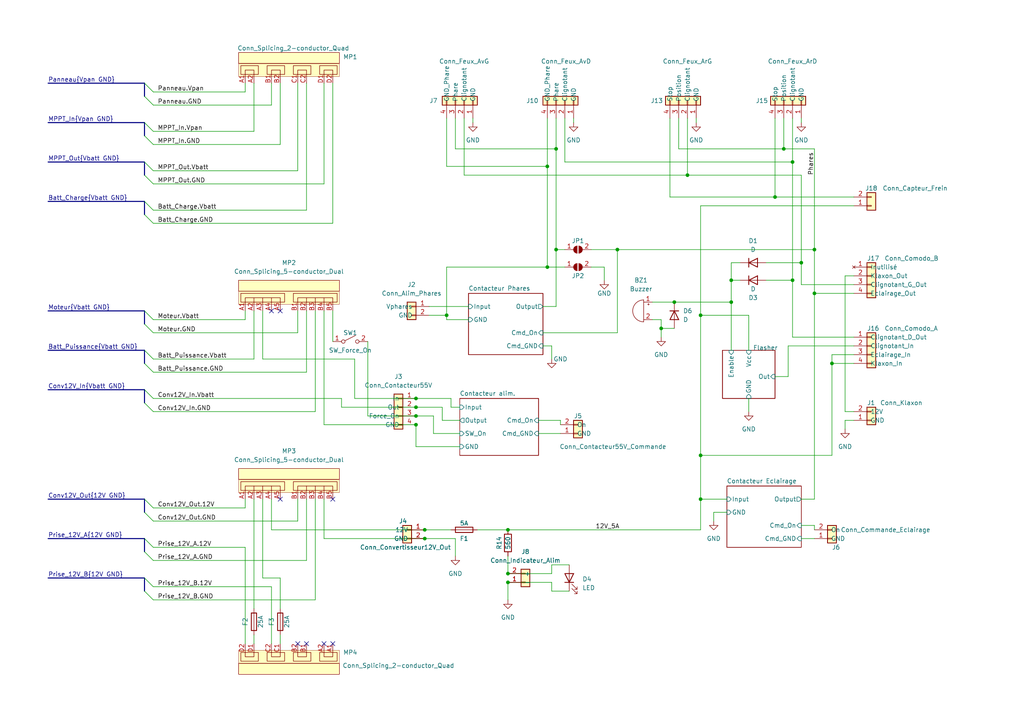
<source format=kicad_sch>
(kicad_sch (version 20211123) (generator eeschema)
  (paper "A4")
  (title_block (title "Boitier électrique vhéliotech") (date "2025-04-09") (rev "Beta 0.2") (company "Vélo solaire pour tous") (comment 1 "Licence CERN-OHL-S version 2"))
  (lib_symbols
    (symbol "Conn_Feux_Arriere_1" (pin_names (offset 1.016))
      (property "Reference" "J" (at 0 5.08 0))
      (property "Value" "Conn_Feux_Arriere_1" (at 0 -7.62 0))
      (symbol "Conn_Feux_Arriere_1_1_1"
        (rectangle (start -1.27 -4.953) (end 0 -5.207) (stroke (width 0.1524)))
        (rectangle (start -1.27 -2.413) (end 0 -2.667) (stroke (width 0.1524)))
        (rectangle (start -1.27 0.127) (end 0 -0.127) (stroke (width 0.1524)))
        (rectangle (start -1.27 2.667) (end 0 2.413) (stroke (width 0.1524)))
        (rectangle (start -1.27 3.81) (end 1.27 -6.35) (stroke (width 0.254)) (fill (type background)))
        (pin power_in line (at -5.08 2.54 0) (length 3.81) (name "GND") (number "1"))
        (pin passive line (at -5.08 0 0) (length 3.81) (name "Clignotant") (number "2"))
        (pin passive line (at -5.08 -2.54 0) (length 3.81) (name "Position") (number "3"))
        (pin passive line (at -5.08 -5.08 0) (length 3.81) (name "Stop") (number "4"))
      )
    )
    (symbol "Connector_Generic:Conn_01x02" (pin_names (offset 1.016) hide)
      (property "Reference" "J" (at 0 2.54 0))
      (property "Value" "Conn_01x02" (at 0 -5.08 0))
      (symbol "Conn_01x02_1_1"
        (rectangle (start -1.27 -2.413) (end 0 -2.667) (stroke (width 0.1524)))
        (rectangle (start -1.27 0.127) (end 0 -0.127) (stroke (width 0.1524)))
        (rectangle (start -1.27 1.27) (end 1.27 -3.81) (stroke (width 0.254)) (fill (type background)))
        (pin passive line (at -5.08 0 0) (length 3.81) (name "Pin_1") (number "1"))
        (pin passive line (at -5.08 -2.54 0) (length 3.81) (name "Pin_2") (number "2"))
      )
    )
    (symbol "Device:Buzzer" (pin_names (offset 0.0254) hide)
      (property "Reference" "BZ" (at 3.81 1.27 0))
      (property "Value" "Buzzer" (at 3.81 -1.27 0))
      (symbol "Buzzer_0_1"
        (arc (start 0 -3.175) (mid 3.175 0) (end 0 3.175))
        (polyline (pts (xy -1.651 1.905) (xy -1.143 1.905)))
        (polyline (pts (xy -1.397 2.159) (xy -1.397 1.651)))
        (polyline (pts (xy 0 3.175) (xy 0 -3.175)))
      )
      (symbol "Buzzer_1_1"
        (pin passive line (at -2.54 2.54 0) (length 2.54) (name "-") (number "1"))
        (pin passive line (at -2.54 -2.54 0) (length 2.54) (name "+") (number "2"))
      )
    )
    (symbol "Device:D" (pin_numbers hide) (pin_names (offset 1.016) hide)
      (property "Reference" "D" (at 0 2.54 0))
      (property "Value" "D" (at 0 -2.54 0))
      (symbol "D_0_1"
        (polyline (pts (xy -1.27 1.27) (xy -1.27 -1.27)) (stroke (width 0.254)))
        (polyline (pts (xy 1.27 0) (xy -1.27 0)))
        (polyline (pts (xy 1.27 1.27) (xy 1.27 -1.27) (xy -1.27 0) (xy 1.27 1.27)) (stroke (width 0.254)))
      )
      (symbol "D_1_1"
        (pin passive line (at -3.81 0 0) (length 2.54) (name "K") (number "1"))
        (pin passive line (at 3.81 0 180) (length 2.54) (name "A") (number "2"))
      )
    )
    (symbol "Device:LED" (pin_numbers hide) (pin_names (offset 1.016) hide)
      (property "Reference" "D" (at 0 2.54 0))
      (property "Value" "LED" (at 0 -2.54 0))
      (symbol "LED_0_1"
        (polyline (pts (xy -1.27 -1.27) (xy -1.27 1.27)) (stroke (width 0.254)))
        (polyline (pts (xy -1.27 0) (xy 1.27 0)))
        (polyline (pts (xy 1.27 -1.27) (xy 1.27 1.27) (xy -1.27 0) (xy 1.27 -1.27)) (stroke (width 0.254)))
        (polyline (pts (xy -3.048 -0.762) (xy -4.572 -2.286) (xy -3.81 -2.286) (xy -4.572 -2.286) (xy -4.572 -1.524)))
        (polyline (pts (xy -1.778 -0.762) (xy -3.302 -2.286) (xy -2.54 -2.286) (xy -3.302 -2.286) (xy -3.302 -1.524)))
      )
      (symbol "LED_1_1"
        (pin passive line (at -3.81 0 0) (length 2.54) (name "K") (number "1"))
        (pin passive line (at 3.81 0 180) (length 2.54) (name "A") (number "2"))
      )
    )
    (symbol "Device:R" (pin_numbers hide) (pin_names (offset 0))
      (property "Reference" "R" (at 2.032 0 90))
      (property "Value" "R" (at 0 0 90))
      (symbol "R_0_1"
        (rectangle (start -1.016 -2.54) (end 1.016 2.54) (stroke (width 0.254)))
      )
      (symbol "R_1_1"
        (pin passive line (at 0 3.81 270) (length 1.27) (name "~") (number "1"))
        (pin passive line (at 0 -3.81 90) (length 1.27) (name "~") (number "2"))
      )
    )
    (symbol "Jumper:SolderJumper_2_Open" (pin_names (offset 0) hide)
      (property "Reference" "JP" (at 0 2.032 0))
      (property "Value" "SolderJumper_2_Open" (at 0 -2.54 0))
      (symbol "SolderJumper_2_Open_0_1"
        (arc (start -0.254 1.016) (mid -1.27 0) (end -0.254 -1.016))
        (arc (start -0.254 1.016) (mid -1.27 0) (end -0.254 -1.016) (fill (type outline)))
        (polyline (pts (xy -0.254 1.016) (xy -0.254 -1.016)))
        (polyline (pts (xy 0.254 1.016) (xy 0.254 -1.016)))
        (arc (start 0.254 -1.016) (mid 1.27 0) (end 0.254 1.016))
        (arc (start 0.254 -1.016) (mid 1.27 0) (end 0.254 1.016) (fill (type outline)))
      )
      (symbol "SolderJumper_2_Open_1_1"
        (pin passive line (at -3.81 0 0) (length 2.54) (name "A") (number "1"))
        (pin passive line (at 3.81 0 180) (length 2.54) (name "B") (number "2"))
      )
    )
    (symbol "Switch:SW_SPST" (pin_names (offset 0) hide)
      (property "Reference" "SW" (at 0 3.175 0))
      (property "Value" "SW_SPST" (at 0 -2.54 0))
      (symbol "SW_SPST_0_0"
        (circle (center -2.032 0) (radius 0.508))
        (polyline (pts (xy -1.524 0.254) (xy 1.524 1.778)))
        (circle (center 2.032 0) (radius 0.508))
      )
      (symbol "SW_SPST_1_1"
        (pin passive line (at -5.08 0 0) (length 2.54) (name "A") (number "1"))
        (pin passive line (at 5.08 0 180) (length 2.54) (name "B") (number "2"))
      )
    )
    (symbol "circuit:Conn_Alim_Phares" (pin_names (offset 1.016))
      (property "Reference" "J" (at 0 2.54 0))
      (property "Value" "Conn_Alim_Phares" (at 0 -5.08 0))
      (symbol "Conn_Alim_Phares_1_1"
        (rectangle (start -1.27 -2.413) (end 0 -2.667) (stroke (width 0.1524)))
        (rectangle (start -1.27 0.127) (end 0 -0.127) (stroke (width 0.1524)))
        (rectangle (start -1.27 1.27) (end 1.27 -3.81) (stroke (width 0.254)) (fill (type background)))
        (pin power_out line (at -5.08 0 0) (length 3.81) (name "Vphares") (number "1"))
        (pin power_out line (at -5.08 -2.54 0) (length 3.81) (name "GND") (number "2"))
      )
    )
    (symbol "circuit:Conn_Commande_Eclairage" (pin_names (offset 1.016))
      (property "Reference" "J" (at 0 2.54 0))
      (property "Value" "Conn_Commande_Eclairage" (at 0 -5.08 0))
      (symbol "Conn_Commande_Eclairage_1_1"
        (rectangle (start -1.27 -2.413) (end 0 -2.667) (stroke (width 0.1524)))
        (rectangle (start -1.27 0.127) (end 0 -0.127) (stroke (width 0.1524)))
        (rectangle (start -1.27 1.27) (end 1.27 -3.81) (stroke (width 0.254)) (fill (type background)))
        (pin power_in line (at -5.08 0 0) (length 3.81) (name "GND") (number "1"))
        (pin passive line (at -5.08 -2.54 0) (length 3.81) (name "On") (number "2"))
      )
    )
    (symbol "circuit:Conn_Comodo_A" (pin_names (offset 1.016))
      (property "Reference" "J" (at 0 5.08 0))
      (property "Value" "Conn_Comodo_A" (at 0 -7.62 0))
      (symbol "Conn_Comodo_A_1_1"
        (rectangle (start -1.27 -4.953) (end 0 -5.207) (stroke (width 0.1524)))
        (rectangle (start -1.27 -2.413) (end 0 -2.667) (stroke (width 0.1524)))
        (rectangle (start -1.27 0.127) (end 0 -0.127) (stroke (width 0.1524)))
        (rectangle (start -1.27 2.667) (end 0 2.413) (stroke (width 0.1524)))
        (rectangle (start -1.27 3.81) (end 1.27 -6.35) (stroke (width 0.254)) (fill (type background)))
        (pin passive line (at -5.08 -5.08 0) (length 3.81) (name "Clignotant_D_Out") (number "1"))
        (pin passive line (at -5.08 -2.54 0) (length 3.81) (name "Clignotant_In") (number "2"))
        (pin passive line (at -5.08 0 0) (length 3.81) (name "Eclairage_In") (number "3"))
        (pin passive line (at -5.08 2.54 0) (length 3.81) (name "Klaxon_In") (number "4"))
      )
    )
    (symbol "circuit:Conn_Comodo_B" (pin_names (offset 1.016))
      (property "Reference" "J" (at 0 5.08 0))
      (property "Value" "Conn_Comodo_B" (at 0 -7.62 0))
      (symbol "Conn_Comodo_B_1_1"
        (rectangle (start -1.27 -4.953) (end 0 -5.207) (stroke (width 0.1524)))
        (rectangle (start -1.27 -2.413) (end 0 -2.667) (stroke (width 0.1524)))
        (rectangle (start -1.27 0.127) (end 0 -0.127) (stroke (width 0.1524)))
        (rectangle (start -1.27 2.667) (end 0 2.413) (stroke (width 0.1524)))
        (rectangle (start -1.27 3.81) (end 1.27 -6.35) (stroke (width 0.254)) (fill (type background)))
        (pin no_connect line (at -5.08 -5.08 0) (length 3.81) (name "Inutilisé") (number "1"))
        (pin passive line (at -5.08 -2.54 0) (length 3.81) (name "Klaxon_Out") (number "2"))
        (pin passive line (at -5.08 0 0) (length 3.81) (name "Clignotant_G_Out") (number "3"))
        (pin passive line (at -5.08 2.54 0) (length 3.81) (name "Eclairage_Out") (number "4"))
      )
    )
    (symbol "circuit:Conn_Contacteur55V" (pin_names (offset 1.016))
      (property "Reference" "J" (at 0 5.08 0))
      (property "Value" "Conn_Contacteur55V" (at 0 -7.62 0))
      (symbol "Conn_Contacteur55V_1_1"
        (rectangle (start -1.27 -4.953) (end 0 -5.207) (stroke (width 0.1524)))
        (rectangle (start -1.27 -2.413) (end 0 -2.667) (stroke (width 0.1524)))
        (rectangle (start -1.27 0.127) (end 0 -0.127) (stroke (width 0.1524)))
        (rectangle (start -1.27 2.667) (end 0 2.413) (stroke (width 0.1524)))
        (rectangle (start -1.27 3.81) (end 1.27 -6.35) (stroke (width 0.254)) (fill (type background)))
        (pin power_in line (at -5.08 2.54 0) (length 3.81) (name "In") (number "1"))
        (pin power_in line (at -5.08 0 0) (length 3.81) (name "Out") (number "2"))
        (pin passive line (at -5.08 -2.54 0) (length 3.81) (name "Force_On") (number "3"))
        (pin power_in line (at -5.08 -5.08 0) (length 3.81) (name "GND") (number "4"))
      )
    )
    (symbol "circuit:Conn_Contacteur55V_Commande" (pin_names (offset 1.016))
      (property "Reference" "J" (at 0 2.54 0))
      (property "Value" "Conn_Contacteur55V_Commande" (at 0 -5.08 0))
      (symbol "Conn_Contacteur55V_Commande_1_1"
        (rectangle (start -1.27 -2.413) (end 0 -2.667) (stroke (width 0.1524)))
        (rectangle (start -1.27 0.127) (end 0 -0.127) (stroke (width 0.1524)))
        (rectangle (start -1.27 1.27) (end 1.27 -3.81) (stroke (width 0.254)) (fill (type background)))
        (pin power_in line (at -5.08 0 0) (length 3.81) (name "GND") (number "1"))
        (pin passive line (at -5.08 -2.54 0) (length 3.81) (name "On") (number "2"))
      )
    )
    (symbol "circuit:Conn_Convertisseur12V_Out" (pin_names (offset 1.016))
      (property "Reference" "J" (at 0 2.54 0))
      (property "Value" "Conn_Convertisseur12V_Out" (at 0 -5.08 0))
      (symbol "Conn_Convertisseur12V_Out_1_1"
        (rectangle (start -1.27 -2.413) (end 0 -2.667) (stroke (width 0.1524)))
        (rectangle (start -1.27 0.127) (end 0 -0.127) (stroke (width 0.1524)))
        (rectangle (start -1.27 1.27) (end 1.27 -3.81) (stroke (width 0.254)) (fill (type background)))
        (pin power_out line (at -5.08 0 0) (length 3.81) (name "12V") (number "1"))
        (pin power_out line (at -5.08 -2.54 0) (length 3.81) (name "GND") (number "2"))
      )
    )
    (symbol "circuit:Conn_Feux_Arriere" (pin_names (offset 1.016))
      (property "Reference" "J" (at 0 5.08 0))
      (property "Value" "Conn_Feux_Arriere" (at 0 -7.62 0))
      (symbol "Conn_Feux_Arriere_1_1"
        (rectangle (start -1.27 -4.953) (end 0 -5.207) (stroke (width 0.1524)))
        (rectangle (start -1.27 -2.413) (end 0 -2.667) (stroke (width 0.1524)))
        (rectangle (start -1.27 0.127) (end 0 -0.127) (stroke (width 0.1524)))
        (rectangle (start -1.27 2.667) (end 0 2.413) (stroke (width 0.1524)))
        (rectangle (start -1.27 3.81) (end 1.27 -6.35) (stroke (width 0.254)) (fill (type background)))
        (pin power_in line (at -5.08 2.54 0) (length 3.81) (name "GND") (number "1"))
        (pin passive line (at -5.08 0 0) (length 3.81) (name "Clignotant") (number "2"))
        (pin passive line (at -5.08 -2.54 0) (length 3.81) (name "Position") (number "3"))
        (pin passive line (at -5.08 -5.08 0) (length 3.81) (name "Stop") (number "4"))
      )
    )
    (symbol "circuit:Conn_Feux_Avant" (pin_names (offset 1.016))
      (property "Reference" "J" (at 0 5.08 0))
      (property "Value" "Conn_Feux_Avant" (at 0 -7.62 0))
      (symbol "Conn_Feux_Avant_1_1"
        (rectangle (start -1.27 -4.953) (end 0 -5.207) (stroke (width 0.1524)))
        (rectangle (start -1.27 -2.413) (end 0 -2.667) (stroke (width 0.1524)))
        (rectangle (start -1.27 0.127) (end 0 -0.127) (stroke (width 0.1524)))
        (rectangle (start -1.27 2.667) (end 0 2.413) (stroke (width 0.1524)))
        (rectangle (start -1.27 3.81) (end 1.27 -6.35) (stroke (width 0.254)) (fill (type background)))
        (pin power_in line (at -5.08 2.54 0) (length 3.81) (name "GND") (number "1"))
        (pin passive line (at -5.08 0 0) (length 3.81) (name "Clignotant") (number "2"))
        (pin passive line (at -5.08 -2.54 0) (length 3.81) (name "Phare") (number "3"))
        (pin power_in line (at -5.08 -5.08 0) (length 3.81) (name "GND_Phare") (number "4"))
      )
    )
    (symbol "circuit:Conn_Indicateur_Alim" (pin_names (offset 1.016))
      (property "Reference" "J" (at 0 2.54 0))
      (property "Value" "Conn_Indicateur_Alim" (at 0 -5.08 0))
      (symbol "Conn_Indicateur_Alim_1_1"
        (rectangle (start -1.27 -2.413) (end 0 -2.667) (stroke (width 0.1524)))
        (rectangle (start -1.27 0.127) (end 0 -0.127) (stroke (width 0.1524)))
        (rectangle (start -1.27 1.27) (end 1.27 -3.81) (stroke (width 0.254)) (fill (type background)))
        (pin power_in line (at -5.08 0 0) (length 3.81) (name "-") (number "1"))
        (pin passive line (at -5.08 -2.54 0) (length 3.81) (name "+") (number "2"))
      )
    )
    (symbol "circuit:Conn_Klaxon" (pin_names (offset 1.016))
      (property "Reference" "J" (at 0 2.54 0))
      (property "Value" "Conn_Klaxon" (at 0 -5.08 0))
      (symbol "Conn_Klaxon_1_1"
        (rectangle (start -1.27 -2.413) (end 0 -2.667) (stroke (width 0.1524)))
        (rectangle (start -1.27 0.127) (end 0 -0.127) (stroke (width 0.1524)))
        (rectangle (start -1.27 1.27) (end 1.27 -3.81) (stroke (width 0.254)) (fill (type background)))
        (pin power_in line (at -5.08 0 0) (length 3.81) (name "GND") (number "1"))
        (pin passive line (at -5.08 -2.54 0) (length 3.81) (name "12V") (number "2"))
      )
    )
    (symbol "circuit:Conn_Splicing_2-conductor_Quad"
      (property "Reference" "MP" (at 0.635 11.43 0))
      (property "Value" "Conn_Splicing_2-conductor_Quad" (at 1.27 -21.59 0))
      (symbol "Conn_Splicing_2-conductor_Quad_0_1"
        (rectangle (start -3.175 9.525) (end 0.635 -19.685) (stroke (width 0.01)) (fill (type background)))
        (rectangle (start -2.54 -13.97) (end 0 -19.05))
        (rectangle (start -2.54 -6.35) (end 0 -11.43))
        (rectangle (start -2.54 1.27) (end 0 -3.81))
        (rectangle (start -2.54 8.89) (end 0 3.81))
        (polyline (pts (xy -2.54 -15.24) (xy -1.27 -15.24) (xy -1.27 -17.78) (xy -2.54 -17.78)))
        (polyline (pts (xy -2.54 -7.62) (xy -1.27 -7.62) (xy -1.27 -10.16) (xy -2.54 -10.16)))
        (polyline (pts (xy -2.54 0) (xy -1.27 0) (xy -1.27 -2.54) (xy -2.54 -2.54)))
        (polyline (pts (xy -2.54 7.62) (xy -1.27 7.62) (xy -1.27 5.08) (xy -2.54 5.08)))
        (rectangle (start 0.635 9.525) (end 3.81 -19.685) (fill (type background)))
      )
      (symbol "Conn_Splicing_2-conductor_Quad_1_1"
        (pin passive line (at -5.08 7.62 0) (length 2.54) (name "") (number "A1"))
        (pin passive line (at -5.08 5.08 0) (length 2.54) (name "") (number "A2"))
        (pin passive line (at -5.08 0 0) (length 2.54) (name "") (number "B1"))
        (pin passive line (at -5.08 -2.54 0) (length 2.54) (name "") (number "B2"))
        (pin passive line (at -5.08 -7.62 0) (length 2.54) (name "") (number "C1"))
        (pin passive line (at -5.08 -10.16 0) (length 2.54) (name "") (number "C2"))
        (pin passive line (at -5.08 -15.24 0) (length 2.54) (name "") (number "D1"))
        (pin passive line (at -5.08 -17.78 0) (length 2.54) (name "") (number "D2"))
      )
    )
    (symbol "circuit:Conn_Splicing_5-conductor_Dual"
      (property "Reference" "MP" (at 0.635 11.43 0))
      (property "Value" "Conn_Splicing_5-conductor_Dual" (at 1.27 -21.59 0))
      (symbol "Conn_Splicing_5-conductor_Dual_0_1"
        (rectangle (start -3.175 9.525) (end 0.635 -19.685) (stroke (width 0.01)) (fill (type background)))
        (rectangle (start -2.54 -6.35) (end 0 -19.05))
        (rectangle (start -2.54 8.89) (end 0 -3.81))
        (polyline (pts (xy -1.27 -15.24) (xy -2.54 -15.24)))
        (polyline (pts (xy -1.27 -12.7) (xy -2.54 -12.7)))
        (polyline (pts (xy -1.27 -10.16) (xy -2.54 -10.16)))
        (polyline (pts (xy -1.27 0) (xy -2.54 0)))
        (polyline (pts (xy -1.27 2.54) (xy -2.54 2.54)))
        (polyline (pts (xy -1.27 5.08) (xy -2.54 5.08)))
        (polyline (pts (xy -2.54 -7.62) (xy -1.27 -7.62) (xy -1.27 -17.78) (xy -2.54 -17.78)))
        (polyline (pts (xy -2.54 7.62) (xy -1.27 7.62) (xy -1.27 -2.54) (xy -2.54 -2.54)))
        (rectangle (start 0.635 9.525) (end 3.81 -19.685) (fill (type background)))
      )
      (symbol "Conn_Splicing_5-conductor_Dual_1_1"
        (pin passive line (at -5.08 7.62 0) (length 2.54) (name "") (number "A1"))
        (pin passive line (at -5.08 5.08 0) (length 2.54) (name "") (number "A2"))
        (pin passive line (at -5.08 2.54 0) (length 2.54) (name "") (number "A3"))
        (pin passive line (at -5.08 0 0) (length 2.54) (name "") (number "A4"))
        (pin passive line (at -5.08 -2.54 0) (length 2.54) (name "") (number "A5"))
        (pin passive line (at -5.08 -7.62 0) (length 2.54) (name "") (number "B1"))
        (pin passive line (at -5.08 -10.16 0) (length 2.54) (name "") (number "B2"))
        (pin passive line (at -5.08 -12.7 0) (length 2.54) (name "") (number "B3"))
        (pin passive line (at -5.08 -15.24 0) (length 2.54) (name "") (number "B4"))
        (pin passive line (at -5.08 -17.78 0) (length 2.54) (name "") (number "B5"))
      )
    )
    (symbol "circuit:Fuse" (pin_numbers hide) (pin_names (offset 0))
      (property "Reference" "F" (at 2.032 0 90))
      (property "Value" "Fuse" (at -1.905 0 90))
      (symbol "Fuse_0_1"
        (rectangle (start -0.762 -2.54) (end 0.762 2.54) (stroke (width 0.254)))
        (polyline (pts (xy 0 2.54) (xy 0 -2.54)))
      )
      (symbol "Fuse_1_1"
        (pin passive line (at 0 3.81 270) (length 1.27) (name "~") (number "1"))
        (pin passive line (at 0 -3.81 90) (length 1.27) (name "~") (number "2"))
      )
    )
    (symbol "power:GND" (power) (pin_names (offset 0))
      (property "Value" "GND" (at 0 -3.81 0))
      (symbol "GND_0_1"
        (polyline (pts (xy 0 0) (xy 0 -1.27) (xy 1.27 -1.27) (xy 0 -2.54) (xy -1.27 -1.27) (xy 0 -1.27)))
      )
      (symbol "GND_1_1"
        (pin power_in line (at 0 0 270) (length 0) hide (name "GND") (number "1"))
      )
    )
  )
  (junction (at 203.2 132.08))
  (junction (at 123.19 156.21))
  (junction (at 179.07 72.39))
  (junction (at 199.39 50.8))
  (junction (at 161.29 43.18))
  (junction (at 224.79 57.15))
  (junction (at 120.65 123.19))
  (junction (at 120.65 115.57))
  (junction (at 147.32 166.37))
  (junction (at 147.32 168.91))
  (junction (at 229.87 81.28))
  (junction (at 203.2 91.44))
  (junction (at 227.33 43.18))
  (junction (at 161.29 72.39))
  (junction (at 229.87 46.99))
  (junction (at 120.65 120.65))
  (junction (at 212.09 81.28))
  (junction (at 120.65 118.11))
  (junction (at 241.3 105.41))
  (junction (at 191.77 95.25))
  (junction (at 236.22 72.39))
  (junction (at 158.75 48.26))
  (junction (at 195.58 87.63))
  (junction (at 212.09 87.63))
  (junction (at 147.32 153.67))
  (junction (at 123.19 153.67))
  (junction (at 129.54 91.44))
  (junction (at 236.22 85.09))
  (junction (at 203.2 144.78))
  (junction (at 232.41 76.2))
  (junction (at 158.75 77.47))
  (no_connect (at 96.52 186.69))
  (no_connect (at 96.52 144.78))
  (no_connect (at 78.74 90.17))
  (no_connect (at 88.9 186.69))
  (no_connect (at 93.98 186.69))
  (no_connect (at 86.36 186.69))
  (no_connect (at 81.28 144.78))
  (no_connect (at 81.28 90.17))
  (bus_entry (at 41.91 35.56) (size 2.54 2.54))
  (bus_entry (at 41.91 105.41) (size 2.54 2.54))
  (bus_entry (at 41.91 144.78) (size 2.54 2.54))
  (bus_entry (at 41.91 58.42) (size 2.54 2.54))
  (bus_entry (at 41.91 116.84) (size 2.54 2.54))
  (bus_entry (at 41.91 62.23) (size 2.54 2.54))
  (bus_entry (at 41.91 24.13) (size 2.54 2.54))
  (bus_entry (at 41.91 50.8) (size 2.54 2.54))
  (bus_entry (at 41.91 167.64) (size 2.54 2.54))
  (bus_entry (at 41.91 46.99) (size 2.54 2.54))
  (bus_entry (at 41.91 156.21) (size 2.54 2.54))
  (bus_entry (at 41.91 93.98) (size 2.54 2.54))
  (bus_entry (at 41.91 113.03) (size 2.54 2.54))
  (bus_entry (at 41.91 171.45) (size 2.54 2.54))
  (bus_entry (at 41.91 90.17) (size 2.54 2.54))
  (bus_entry (at 41.91 148.59) (size 2.54 2.54))
  (bus_entry (at 41.91 27.94) (size 2.54 2.54))
  (bus_entry (at 41.91 160.02) (size 2.54 2.54))
  (bus_entry (at 41.91 101.6) (size 2.54 2.54))
  (bus_entry (at 41.91 39.37) (size 2.54 2.54))
  (wire (pts (xy 125.73 125.73) (xy 125.73 120.65)))
  (wire (pts (xy 217.17 115.57) (xy 217.17 119.38)))
  (wire (pts (xy 71.12 147.32) (xy 71.12 144.78)))
  (wire (pts (xy 203.2 144.78) (xy 203.2 153.67)))
  (wire (pts (xy 212.09 87.63) (xy 212.09 101.6)))
  (wire (pts (xy 161.29 72.39) (xy 161.29 88.9)))
  (wire (pts (xy 247.65 121.92) (xy 245.11 121.92)))
  (bus (pts (xy 41.91 35.56) (xy 41.91 39.37)))
  (wire (pts (xy 124.46 88.9) (xy 135.89 88.9)))
  (wire (pts (xy 130.81 115.57) (xy 120.65 115.57)))
  (wire (pts (xy 203.2 144.78) (xy 210.82 144.78)))
  (wire (pts (xy 88.9 162.56) (xy 88.9 144.78)))
  (wire (pts (xy 129.54 34.29) (xy 129.54 48.26)))
  (wire (pts (xy 228.6 100.33) (xy 228.6 109.22)))
  (wire (pts (xy 222.25 76.2) (xy 232.41 76.2)))
  (wire (pts (xy 161.29 43.18) (xy 132.08 43.18)))
  (wire (pts (xy 212.09 81.28) (xy 212.09 87.63)))
  (bus (pts (xy 13.97 24.13) (xy 41.91 24.13)))
  (wire (pts (xy 232.41 156.21) (xy 236.22 156.21)))
  (wire (pts (xy 44.45 162.56) (xy 88.9 162.56)))
  (wire (pts (xy 125.73 120.65) (xy 120.65 120.65)))
  (bus (pts (xy 41.91 144.78) (xy 41.91 148.59)))
  (wire (pts (xy 44.45 158.75) (xy 71.12 158.75)))
  (wire (pts (xy 227.33 34.29) (xy 227.33 43.18)))
  (wire (pts (xy 44.45 170.18) (xy 78.74 170.18)))
  (wire (pts (xy 93.98 90.17) (xy 93.98 123.19)))
  (wire (pts (xy 76.2 104.14) (xy 102.87 104.14)))
  (wire (pts (xy 191.77 95.25) (xy 195.58 95.25)))
  (wire (pts (xy 199.39 34.29) (xy 199.39 50.8)))
  (wire (pts (xy 147.32 168.91) (xy 147.32 173.99)))
  (wire (pts (xy 88.9 60.96) (xy 88.9 24.13)))
  (wire (pts (xy 129.54 92.71) (xy 135.89 92.71)))
  (wire (pts (xy 158.75 77.47) (xy 129.54 77.47)))
  (wire (pts (xy 229.87 46.99) (xy 163.83 46.99)))
  (wire (pts (xy 120.65 123.19) (xy 93.98 123.19)))
  (wire (pts (xy 161.29 72.39) (xy 163.83 72.39)))
  (wire (pts (xy 44.45 147.32) (xy 71.12 147.32)))
  (wire (pts (xy 73.66 144.78) (xy 73.66 176.53)))
  (wire (pts (xy 81.28 167.64) (xy 81.28 176.53)))
  (wire (pts (xy 44.45 30.48) (xy 78.74 30.48)))
  (wire (pts (xy 137.16 34.29) (xy 137.16 35.56)))
  (wire (pts (xy 161.29 34.29) (xy 161.29 43.18)))
  (wire (pts (xy 241.3 105.41) (xy 241.3 102.87)))
  (wire (pts (xy 44.45 26.67) (xy 71.12 26.67)))
  (wire (pts (xy 133.35 125.73) (xy 125.73 125.73)))
  (wire (pts (xy 102.87 115.57) (xy 120.65 115.57)))
  (wire (pts (xy 179.07 72.39) (xy 236.22 72.39)))
  (wire (pts (xy 128.27 121.92) (xy 128.27 118.11)))
  (wire (pts (xy 96.52 90.17) (xy 96.52 99.06)))
  (wire (pts (xy 158.75 77.47) (xy 163.83 77.47)))
  (wire (pts (xy 147.32 153.67) (xy 203.2 153.67)))
  (wire (pts (xy 71.12 92.71) (xy 71.12 90.17)))
  (wire (pts (xy 160.02 171.45) (xy 165.1 171.45)))
  (wire (pts (xy 161.29 43.18) (xy 161.29 72.39)))
  (wire (pts (xy 245.11 119.38) (xy 247.65 119.38)))
  (wire (pts (xy 86.36 96.52) (xy 86.36 90.17)))
  (wire (pts (xy 247.65 97.79) (xy 229.87 97.79)))
  (wire (pts (xy 91.44 173.99) (xy 91.44 144.78)))
  (bus (pts (xy 13.97 144.78) (xy 41.91 144.78)))
  (wire (pts (xy 102.87 104.14) (xy 102.87 115.57)))
  (wire (pts (xy 78.74 186.69) (xy 78.74 170.18)))
  (bus (pts (xy 13.97 156.21) (xy 41.91 156.21)))
  (wire (pts (xy 203.2 91.44) (xy 217.17 91.44)))
  (bus (pts (xy 13.97 58.42) (xy 41.91 58.42)))
  (bus (pts (xy 13.97 35.56) (xy 41.91 35.56)))
  (wire (pts (xy 245.11 80.01) (xy 245.11 119.38)))
  (wire (pts (xy 129.54 48.26) (xy 158.75 48.26)))
  (wire (pts (xy 73.66 184.15) (xy 73.66 186.69)))
  (wire (pts (xy 203.2 91.44) (xy 203.2 132.08)))
  (wire (pts (xy 224.79 57.15) (xy 224.79 34.29)))
  (wire (pts (xy 123.19 156.21) (xy 132.08 156.21)))
  (wire (pts (xy 157.48 100.33) (xy 160.02 100.33)))
  (wire (pts (xy 138.43 153.67) (xy 147.32 153.67)))
  (wire (pts (xy 191.77 95.25) (xy 191.77 92.71)))
  (wire (pts (xy 179.07 72.39) (xy 179.07 96.52)))
  (wire (pts (xy 201.93 34.29) (xy 201.93 35.56)))
  (wire (pts (xy 236.22 43.18) (xy 236.22 72.39)))
  (wire (pts (xy 156.21 125.73) (xy 162.56 125.73)))
  (wire (pts (xy 81.28 184.15) (xy 81.28 186.69)))
  (wire (pts (xy 241.3 105.41) (xy 241.3 132.08)))
  (wire (pts (xy 158.75 48.26) (xy 158.75 77.47)))
  (wire (pts (xy 76.2 90.17) (xy 76.2 104.14)))
  (wire (pts (xy 78.74 30.48) (xy 78.74 24.13)))
  (wire (pts (xy 212.09 76.2) (xy 212.09 81.28)))
  (wire (pts (xy 78.74 153.67) (xy 78.74 144.78)))
  (wire (pts (xy 147.32 168.91) (xy 160.02 168.91)))
  (wire (pts (xy 44.45 53.34) (xy 93.98 53.34)))
  (wire (pts (xy 194.31 57.15) (xy 194.31 34.29)))
  (wire (pts (xy 207.01 151.13) (xy 207.01 148.59)))
  (wire (pts (xy 229.87 81.28) (xy 229.87 97.79)))
  (wire (pts (xy 228.6 100.33) (xy 247.65 100.33)))
  (wire (pts (xy 134.62 50.8) (xy 134.62 34.29)))
  (wire (pts (xy 245.11 80.01) (xy 247.65 80.01)))
  (wire (pts (xy 129.54 91.44) (xy 129.54 92.71)))
  (wire (pts (xy 222.25 81.28) (xy 229.87 81.28)))
  (bus (pts (xy 13.97 113.03) (xy 41.91 113.03)))
  (wire (pts (xy 133.35 129.54) (xy 120.65 129.54)))
  (bus (pts (xy 41.91 101.6) (xy 41.91 105.41)))
  (wire (pts (xy 157.48 96.52) (xy 179.07 96.52)))
  (wire (pts (xy 129.54 77.47) (xy 129.54 91.44)))
  (wire (pts (xy 133.35 121.92) (xy 128.27 121.92)))
  (bus (pts (xy 41.91 46.99) (xy 41.91 50.8)))
  (wire (pts (xy 88.9 107.95) (xy 88.9 90.17)))
  (wire (pts (xy 44.45 115.57) (xy 99.06 115.57)))
  (wire (pts (xy 236.22 152.4) (xy 232.41 152.4)))
  (wire (pts (xy 212.09 81.28) (xy 214.63 81.28)))
  (bus (pts (xy 41.91 24.13) (xy 41.91 27.94)))
  (wire (pts (xy 86.36 151.13) (xy 86.36 144.78)))
  (wire (pts (xy 44.45 107.95) (xy 88.9 107.95)))
  (wire (pts (xy 76.2 144.78) (xy 76.2 167.64)))
  (wire (pts (xy 232.41 76.2) (xy 232.41 82.55)))
  (wire (pts (xy 147.32 161.29) (xy 147.32 166.37)))
  (wire (pts (xy 203.2 59.69) (xy 247.65 59.69)))
  (wire (pts (xy 99.06 118.11) (xy 99.06 115.57)))
  (wire (pts (xy 189.23 87.63) (xy 195.58 87.63)))
  (wire (pts (xy 133.35 118.11) (xy 130.81 118.11)))
  (wire (pts (xy 106.68 99.06) (xy 106.68 120.65)))
  (wire (pts (xy 130.81 118.11) (xy 130.81 115.57)))
  (wire (pts (xy 86.36 49.53) (xy 86.36 24.13)))
  (wire (pts (xy 123.19 153.67) (xy 78.74 153.67)))
  (wire (pts (xy 44.45 41.91) (xy 81.28 41.91)))
  (wire (pts (xy 120.65 129.54) (xy 120.65 123.19)))
  (wire (pts (xy 196.85 34.29) (xy 196.85 43.18)))
  (wire (pts (xy 157.48 88.9) (xy 161.29 88.9)))
  (wire (pts (xy 93.98 156.21) (xy 93.98 144.78)))
  (wire (pts (xy 81.28 41.91) (xy 81.28 24.13)))
  (wire (pts (xy 236.22 153.67) (xy 236.22 152.4)))
  (wire (pts (xy 203.2 59.69) (xy 203.2 91.44)))
  (wire (pts (xy 214.63 76.2) (xy 212.09 76.2)))
  (bus (pts (xy 41.91 167.64) (xy 41.91 171.45)))
  (wire (pts (xy 44.45 119.38) (xy 91.44 119.38)))
  (wire (pts (xy 73.66 104.14) (xy 73.66 90.17)))
  (wire (pts (xy 44.45 64.77) (xy 96.52 64.77)))
  (wire (pts (xy 241.3 102.87) (xy 247.65 102.87)))
  (wire (pts (xy 171.45 72.39) (xy 179.07 72.39)))
  (wire (pts (xy 44.45 151.13) (xy 86.36 151.13)))
  (wire (pts (xy 199.39 50.8) (xy 134.62 50.8)))
  (wire (pts (xy 247.65 105.41) (xy 241.3 105.41)))
  (wire (pts (xy 44.45 49.53) (xy 86.36 49.53)))
  (wire (pts (xy 91.44 119.38) (xy 91.44 90.17)))
  (wire (pts (xy 195.58 87.63) (xy 212.09 87.63)))
  (wire (pts (xy 132.08 156.21) (xy 132.08 161.29)))
  (wire (pts (xy 232.41 50.8) (xy 232.41 76.2)))
  (wire (pts (xy 245.11 121.92) (xy 245.11 124.46)))
  (wire (pts (xy 73.66 38.1) (xy 73.66 24.13)))
  (wire (pts (xy 224.79 57.15) (xy 194.31 57.15)))
  (wire (pts (xy 163.83 46.99) (xy 163.83 34.29)))
  (wire (pts (xy 44.45 92.71) (xy 71.12 92.71)))
  (wire (pts (xy 191.77 95.25) (xy 191.77 97.79)))
  (wire (pts (xy 232.41 144.78) (xy 236.22 144.78)))
  (wire (pts (xy 71.12 26.67) (xy 71.12 24.13)))
  (wire (pts (xy 224.79 57.15) (xy 247.65 57.15)))
  (bus (pts (xy 13.97 167.64) (xy 41.91 167.64)))
  (wire (pts (xy 175.26 81.28) (xy 175.26 77.47)))
  (wire (pts (xy 236.22 85.09) (xy 247.65 85.09)))
  (wire (pts (xy 236.22 85.09) (xy 236.22 144.78)))
  (wire (pts (xy 171.45 77.47) (xy 175.26 77.47)))
  (wire (pts (xy 44.45 60.96) (xy 88.9 60.96)))
  (wire (pts (xy 44.45 96.52) (xy 86.36 96.52)))
  (wire (pts (xy 203.2 132.08) (xy 241.3 132.08)))
  (wire (pts (xy 106.68 120.65) (xy 120.65 120.65)))
  (bus (pts (xy 41.91 90.17) (xy 41.91 93.98)))
  (wire (pts (xy 236.22 72.39) (xy 236.22 85.09)))
  (wire (pts (xy 124.46 91.44) (xy 129.54 91.44)))
  (wire (pts (xy 158.75 48.26) (xy 158.75 34.29)))
  (wire (pts (xy 229.87 46.99) (xy 229.87 81.28)))
  (wire (pts (xy 44.45 173.99) (xy 91.44 173.99)))
  (wire (pts (xy 156.21 121.92) (xy 162.56 121.92)))
  (wire (pts (xy 96.52 64.77) (xy 96.52 24.13)))
  (bus (pts (xy 13.97 46.99) (xy 41.91 46.99)))
  (bus (pts (xy 13.97 101.6) (xy 41.91 101.6)))
  (wire (pts (xy 199.39 50.8) (xy 232.41 50.8)))
  (wire (pts (xy 99.06 118.11) (xy 120.65 118.11)))
  (wire (pts (xy 147.32 166.37) (xy 160.02 166.37)))
  (bus (pts (xy 41.91 58.42) (xy 41.91 62.23)))
  (wire (pts (xy 203.2 132.08) (xy 203.2 144.78)))
  (wire (pts (xy 162.56 123.19) (xy 162.56 121.92)))
  (wire (pts (xy 229.87 34.29) (xy 229.87 46.99)))
  (wire (pts (xy 166.37 34.29) (xy 166.37 35.56)))
  (wire (pts (xy 44.45 104.14) (xy 73.66 104.14)))
  (bus (pts (xy 41.91 156.21) (xy 41.91 160.02)))
  (wire (pts (xy 224.79 109.22) (xy 228.6 109.22)))
  (wire (pts (xy 207.01 148.59) (xy 210.82 148.59)))
  (bus (pts (xy 13.97 90.17) (xy 41.91 90.17)))
  (wire (pts (xy 191.77 92.71) (xy 189.23 92.71)))
  (wire (pts (xy 232.41 82.55) (xy 247.65 82.55)))
  (wire (pts (xy 232.41 34.29) (xy 232.41 35.56)))
  (wire (pts (xy 44.45 38.1) (xy 73.66 38.1)))
  (wire (pts (xy 217.17 91.44) (xy 217.17 101.6)))
  (wire (pts (xy 160.02 166.37) (xy 160.02 163.83)))
  (wire (pts (xy 160.02 168.91) (xy 160.02 171.45)))
  (wire (pts (xy 196.85 43.18) (xy 227.33 43.18)))
  (wire (pts (xy 76.2 167.64) (xy 81.28 167.64)))
  (wire (pts (xy 160.02 163.83) (xy 165.1 163.83)))
  (wire (pts (xy 123.19 156.21) (xy 93.98 156.21)))
  (wire (pts (xy 128.27 118.11) (xy 120.65 118.11)))
  (wire (pts (xy 227.33 43.18) (xy 236.22 43.18)))
  (bus (pts (xy 41.91 113.03) (xy 41.91 116.84)))
  (wire (pts (xy 71.12 186.69) (xy 71.12 158.75)))
  (wire (pts (xy 123.19 153.67) (xy 130.81 153.67)))
  (wire (pts (xy 132.08 43.18) (xy 132.08 34.29)))
  (wire (pts (xy 93.98 53.34) (xy 93.98 24.13)))
  (wire (pts (xy 160.02 100.33) (xy 160.02 104.14)))
  (label "Panneau.Vpan" (at 45.72 26.67 0))
  (label "Panneau.GND" (at 45.72 30.48 0))
  (label "Conv12V_In.Vbatt" (at 45.72 115.57 0))
  (label "Batt_Charge{Vbatt GND}" (at 13.97 58.42 0))
  (label "MPPT_Out{Vbatt GND}" (at 13.97 46.99 0))
  (label "Moteur.GND" (at 45.72 96.52 0))
  (label "Batt_Puissance.Vbatt" (at 45.72 104.14 0))
  (label "Panneau{Vpan GND}" (at 13.97 24.13 0))
  (label "Moteur.Vbatt" (at 45.72 92.71 0))
  (label "Phares" (at 236.22 50.8 90))
  (label "Conv12V_Out.GND" (at 45.72 151.13 0))
  (label "Batt_Charge.GND" (at 45.72 64.77 0))
  (label "Conv12V_Out{12V GND}" (at 13.97 144.78 0))
  (label "MPPT_In{Vpan GND}" (at 13.97 35.56 0))
  (label "Batt_Charge.Vbatt" (at 45.72 60.96 0))
  (label "Prise_12V_B{12V GND}" (at 13.97 167.64 0))
  (label "Conv12V_In{Vbatt GND}" (at 13.97 113.03 0))
  (label "Prise_12V_A.GND" (at 45.72 162.56 0))
  (label "MPPT_In.GND" (at 45.72 41.91 0))
  (label "12V_5A" (at 172.72 153.67 0))
  (label "Batt_Puissance.GND" (at 45.72 107.95 0))
  (label "Conv12V_In.GND" (at 45.72 119.38 0))
  (label "Batt_Puissance{Vbatt GND}" (at 13.97 101.6 0))
  (label "Prise_12V_A.12V" (at 45.72 158.75 0))
  (label "Moteur{Vbatt GND}" (at 13.97 90.17 0))
  (label "Prise_12V_A{12V GND}" (at 13.97 156.21 0))
  (label "Prise_12V_B.12V" (at 45.72 170.18 0))
  (label "MPPT_Out.GND" (at 45.72 53.34 0))
  (label "MPPT_Out.Vbatt" (at 45.72 49.53 0))
  (label "MPPT_In.Vpan" (at 45.72 38.1 0))
  (label "Conv12V_Out.12V" (at 45.72 147.32 0))
  (label "Prise_12V_B.GND" (at 45.72 173.99 0))
  (symbol (lib_id "power:GND") (at 245.11 124.46 0) (unit 1)
    (property "Reference" "#PWR0102" (effects hide))
    (property "Value" "GND" (at 245.11 129.54 0))
  )
  (symbol (lib_id "power:GND") (at 132.08 161.29 0) (unit 1)
    (property "Reference" "#PWR0107" (effects hide))
    (property "Value" "GND" (at 132.08 166.37 0))
  )
  (symbol (lib_id "circuit:Conn_Feux_Avant") (at 163.83 29.21 270) (mirror x) (unit 1)
    (property "Reference" "J10" (at 156.21 29.21 90) (effects (justify right)))
    (property "Value" "Conn_Feux_AvD" (at 171.45 17.78 90) (effects (justify right)))
    (property "Footprint" "circuit:TerminalBlock_Wago_2601-3104_1x04_P3.50mm_Vertical" (effects hide))
  )
  (symbol (lib_id "power:GND") (at 207.01 151.13 0) (unit 1)
    (property "Reference" "#PWR0108" (effects hide))
    (property "Value" "GND" (at 207.01 156.21 0))
  )
  (symbol (lib_id "circuit:Conn_Contacteur55V") (at 115.57 118.11 0) (mirror y) (unit 1)
    (property "Reference" "J3" (at 115.57 109.22 0))
    (property "Value" "Conn_Contacteur55V" (at 115.57 111.76 0))
    (property "Footprint" "circuit:TerminalBlock_Wago_2601-3104_1x04_P3.50mm_Vertical" (effects hide))
  )
  (symbol (lib_id "Device:D") (at 195.58 91.44 270) (unit 1)
    (property "Reference" "D6" (at 198.12 90.1699 90) (effects (justify left)))
    (property "Value" "D" (at 198.12 92.7099 90) (effects (justify left)))
    (property "Footprint" "Diode_THT:D_DO-35_SOD27_P7.62mm_Horizontal" (effects hide))
  )
  (symbol (lib_id "circuit:Fuse") (at 73.66 180.34 180) (unit 1) (on_board no)
    (property "Reference" "F2" (at 71.12 180.34 90))
    (property "Value" "25A" (at 75.565 180.34 90))
    (property "Footprint" "circuit:Littelfuse_FuseHolder_FL1_178.6764.0001" (effects hide))
  )
  (symbol (lib_id "Device:LED") (at 165.1 167.64 90) (unit 1) (on_board no)
    (property "Reference" "D4" (at 168.91 167.9574 90) (effects (justify right)))
    (property "Value" "LED" (at 168.91 170.4974 90) (effects (justify right)))
  )
  (symbol (lib_id "circuit:Conn_Klaxon") (at 252.73 121.92 0) (mirror x) (unit 1)
    (property "Reference" "J1" (at 251.46 116.84 0) (effects (justify left)))
    (property "Value" "Conn_Klaxon" (at 255.27 116.84 0) (effects (justify left)))
    (property "Footprint" "circuit:TerminalBlock_Wago_2601-3102_1x02_P3.50mm_Vertical" (effects hide))
  )
  (symbol (lib_id "Device:D") (at 218.44 76.2 0) (unit 1)
    (property "Reference" "D1" (at 218.44 69.85 0))
    (property "Value" "D" (at 218.44 72.39 0))
    (property "Footprint" "Diode_THT:D_DO-35_SOD27_P7.62mm_Horizontal" (effects hide))
  )
  (symbol (lib_id "power:GND") (at 232.41 35.56 0) (unit 1)
    (property "Reference" "#PWR0103" (effects hide))
    (property "Value" "GND" (at 232.41 40.64 0))
  )
  (symbol (lib_id "circuit:Conn_Splicing_5-conductor_Dual") (at 78.74 85.09 90) (unit 1)
    (property "Reference" "MP2" (at 83.82 76.2 90))
    (property "Value" "Conn_Splicing_5-conductor_Dual" (at 83.82 78.74 90))
    (property "Footprint" "circuit:Wago_221-500_SplicingConnectorHolder" (effects hide))
  )
  (symbol (lib_id "Switch:SW_SPST") (at 101.6 99.06 0) (unit 1) (on_board no)
    (property "Reference" "SW1" (at 101.6 96.52 0))
    (property "Value" "SW_Force_On" (at 101.6 101.6 0))
  )
  (symbol (lib_name "Conn_Feux_Arriere_1") (lib_id "circuit:Conn_Feux_Arriere") (at 199.39 29.21 270) (mirror x) (unit 1)
    (property "Reference" "J13" (at 190.5 29.21 90))
    (property "Value" "Conn_Feux_ArG" (at 199.39 17.78 90))
    (property "Footprint" "circuit:TerminalBlock_Wago_2601-3104_1x04_P3.50mm_Vertical" (effects hide))
  )
  (symbol (lib_id "Device:Buzzer") (at 186.69 90.17 0) (mirror y) (unit 1)
    (property "Reference" "BZ1" (at 185.928 81.28 0))
    (property "Value" "Buzzer" (at 185.928 83.82 0))
    (property "Footprint" "circuit:Buzzer_25x16_12.5" (effects hide))
  )
  (symbol (lib_id "circuit:Conn_Convertisseur12V_Out") (at 118.11 153.67 0) (mirror y) (unit 1)
    (property "Reference" "J4" (at 118.11 151.13 0) (effects (justify left)))
    (property "Value" "Conn_Convertisseur12V_Out" (at 130.81 158.75 0) (effects (justify left)))
    (property "Footprint" "circuit:TerminalBlock_Wago_2601-3102_1x02_P3.50mm_Vertical" (effects hide))
  )
  (symbol (lib_id "circuit:Conn_Contacteur55V_Commande") (at 167.64 125.73 0) (mirror x) (unit 1)
    (property "Reference" "J5" (at 167.64 120.65 0))
    (property "Value" "Conn_Contacteur55V_Commande" (at 177.8 129.54 0))
    (property "Footprint" "circuit:TerminalBlock_Wago_2601-3102_1x02_P3.50mm_Vertical" (effects hide))
  )
  (symbol (lib_id "circuit:Conn_Splicing_2-conductor_Quad") (at 78.74 19.05 90) (unit 1)
    (property "Reference" "MP1" (at 101.6 16.51 90))
    (property "Value" "Conn_Splicing_2-conductor_Quad" (at 85.09 13.97 90))
    (property "Footprint" "circuit:Wago_221-500_SplicingConnectorHolder" (effects hide))
  )
  (symbol (lib_id "circuit:Conn_Comodo_A") (at 252.73 102.87 0) (mirror x) (unit 1)
    (property "Reference" "J16" (at 251.46 95.25 0) (effects (justify left)))
    (property "Value" "Conn_Comodo_A" (at 256.54 95.25 0) (effects (justify left)))
    (property "Footprint" "circuit:TerminalBlock_Wago_2601-3104_1x04_P3.50mm_Vertical" (effects hide))
  )
  (symbol (lib_id "circuit:Conn_Splicing_5-conductor_Dual") (at 78.74 139.7 90) (unit 1)
    (property "Reference" "MP3" (at 83.82 130.81 90))
    (property "Value" "Conn_Splicing_5-conductor_Dual" (at 83.82 133.35 90))
    (property "Footprint" "circuit:Wago_221-500_SplicingConnectorHolder" (effects hide))
  )
  (symbol (lib_id "circuit:Conn_Indicateur_Alim") (at 152.4 168.91 0) (mirror x) (unit 1)
    (property "Reference" "J8" (at 152.4 160.02 0))
    (property "Value" "Conn_Indicateur_Alim" (at 152.4 162.56 0))
    (property "Footprint" "circuit:TerminalBlock_Wago_2601-3102_1x02_P3.50mm_Vertical" (effects hide))
  )
  (symbol (lib_id "power:GND") (at 191.77 97.79 0) (unit 1)
    (property "Reference" "#PWR01" (effects hide))
    (property "Value" "GND" (at 191.77 102.87 0))
  )
  (symbol (lib_id "Jumper:SolderJumper_2_Open") (at 167.64 77.47 0) (unit 1)
    (property "Reference" "JP2" (at 167.64 80.01 0))
    (property "Value" "SolderJumper_2_Open" (effects hide))
    (property "Footprint" "circuit:SolderJumper-2_P1.3mm_Open_RoundedPad1.0x1.5mm" (effects hide))
  )
  (symbol (lib_id "circuit:Conn_Comodo_B") (at 252.73 82.55 0) (mirror x) (unit 1)
    (property "Reference" "J17" (at 251.46 74.93 0) (effects (justify left)))
    (property "Value" "Conn_Comodo_B" (at 256.54 74.93 0) (effects (justify left)))
    (property "Footprint" "circuit:TerminalBlock_Wago_2601-3104_1x04_P3.50mm_Vertical" (effects hide))
  )
  (symbol (lib_id "circuit:Fuse") (at 134.62 153.67 270) (unit 1)
    (property "Reference" "F1" (at 134.62 156.21 90))
    (property "Value" "5A" (at 134.62 151.765 90))
    (property "Footprint" "circuit:Generic_FuseHolder_MINI" (effects hide))
  )
  (symbol (lib_id "circuit:Fuse") (at 81.28 180.34 180) (unit 1) (on_board no)
    (property "Reference" "F3" (at 78.74 180.34 90))
    (property "Value" "25A" (at 83.185 180.34 90))
    (property "Footprint" "circuit:Littelfuse_FuseHolder_FL1_178.6764.0001" (effects hide))
  )
  (symbol (lib_id "power:GND") (at 201.93 35.56 0) (unit 1)
    (property "Reference" "#PWR0104" (effects hide))
    (property "Value" "GND" (at 201.93 40.64 0))
  )
  (symbol (lib_id "Device:R") (at 147.32 157.48 180) (unit 1)
    (property "Reference" "R14" (at 144.78 157.48 90))
    (property "Value" "560" (at 147.32 157.48 90))
    (property "Footprint" "Resistor_THT:R_Axial_DIN0207_L6.3mm_D2.5mm_P10.16mm_Horizontal" (effects hide))
  )
  (symbol (lib_id "power:GND") (at 160.02 104.14 0) (unit 1)
    (property "Reference" "#PWR02" (effects hide))
    (property "Value" "GND" (at 162.56 104.14 0))
  )
  (symbol (lib_id "Device:D") (at 218.44 81.28 0) (unit 1)
    (property "Reference" "D3" (at 218.44 86.36 0))
    (property "Value" "D" (at 218.44 83.82 0))
    (property "Footprint" "Diode_THT:D_DO-35_SOD27_P7.62mm_Horizontal" (effects hide))
  )
  (symbol (lib_id "circuit:Conn_Alim_Phares") (at 119.38 88.9 0) (mirror y) (unit 1)
    (property "Reference" "J2" (at 119.38 82.55 0))
    (property "Value" "Conn_Alim_Phares" (at 119.38 85.09 0))
    (property "Footprint" "circuit:TerminalBlock_Wago_2601-3102_1x02_P3.50mm_Vertical" (effects hide))
  )
  (symbol (lib_id "power:GND") (at 175.26 81.28 0) (unit 1)
    (property "Reference" "#PWR03" (effects hide))
    (property "Value" "GND" (at 175.26 85.09 0))
  )
  (symbol (lib_id "circuit:Conn_Feux_Arriere") (at 229.87 29.21 270) (mirror x) (unit 1)
    (property "Reference" "J15" (at 220.98 29.21 90))
    (property "Value" "Conn_Feux_ArD" (at 229.87 17.78 90))
    (property "Footprint" "circuit:TerminalBlock_Wago_2601-3104_1x04_P3.50mm_Vertical" (effects hide))
  )
  (symbol (lib_id "circuit:Conn_Feux_Avant") (at 134.62 29.21 270) (mirror x) (unit 1)
    (property "Reference" "J7" (at 125.73 29.21 90))
    (property "Value" "Conn_Feux_AvG" (at 134.62 17.78 90))
    (property "Footprint" "circuit:TerminalBlock_Wago_2601-3104_1x04_P3.50mm_Vertical" (effects hide))
  )
  (symbol (lib_id "power:GND") (at 166.37 35.56 0) (unit 1)
    (property "Reference" "#PWR0105" (effects hide))
    (property "Value" "GND" (at 166.37 40.64 0))
  )
  (symbol (lib_id "power:GND") (at 147.32 173.99 0) (unit 1)
    (property "Reference" "#PWR04" (effects hide))
    (property "Value" "GND" (at 147.32 179.07 0))
  )
  (symbol (lib_id "Connector_Generic:Conn_01x02") (at 252.73 59.69 0) (mirror x) (unit 1)
    (property "Reference" "J18" (at 252.73 54.61 0))
    (property "Value" "Conn_Capteur_Frein" (at 265.43 54.61 0))
    (property "Footprint" "circuit:TerminalBlock_Wago_2601-3102_1x02_P3.50mm_Vertical" (effects hide))
  )
  (symbol (lib_id "circuit:Conn_Commande_Eclairage") (at 241.3 156.21 0) (mirror x) (unit 1)
    (property "Reference" "J6" (at 241.3 158.75 0) (effects (justify left)))
    (property "Value" "Conn_Commande_Eclairage" (at 243.84 153.6701 0) (effects (justify left)))
    (property "Footprint" "circuit:TerminalBlock_Wago_2601-3102_1x02_P3.50mm_Vertical" (effects hide))
  )
  (symbol (lib_id "power:GND") (at 137.16 35.56 0) (unit 1)
    (property "Reference" "#PWR0106" (effects hide))
    (property "Value" "GND" (at 137.16 40.64 0))
  )
  (symbol (lib_id "Jumper:SolderJumper_2_Open") (at 167.64 72.39 0) (unit 1)
    (property "Reference" "JP1" (at 167.64 69.85 0))
    (property "Value" "SolderJumper_2_Open" (effects hide))
    (property "Footprint" "circuit:SolderJumper-2_P1.3mm_Open_RoundedPad1.0x1.5mm" (effects hide))
  )
  (symbol (lib_id "circuit:Conn_Splicing_2-conductor_Quad") (at 88.9 191.77 270) (unit 1)
    (property "Reference" "MP4" (at 101.6 189.23 90))
    (property "Value" "Conn_Splicing_2-conductor_Quad" (at 115.57 193.04 90))
    (property "Footprint" "circuit:Wago_221-500_SplicingConnectorHolder" (effects hide))
  )
  (symbol (lib_id "power:GND") (at 217.17 119.38 0) (unit 1)
    (property "Reference" "#PWR0101" (effects hide))
    (property "Value" "GND" (at 217.17 124.46 0))
  )
  (sheet (at 133.35 115.57) (size 22.86 16.51) (stroke (width 0.1524))
    (property "Sheet name" "Contacteur alim." (at 133.35 114.8584 0) (effects (justify left bottom)))
    (property "Sheet file" "Contacteur_55V_10A.kicad_sch" (effects hide))
    (pin "Input" input (at 133.35 118.11 180))
    (pin "SW_On" input (at 133.35 125.73 180))
    (pin "GND" input (at 133.35 129.54 180))
    (pin "Output" output (at 133.35 121.92 180))
    (pin "Cmd_GND" input (at 156.21 125.73 0))
    (pin "Cmd_On" input (at 156.21 121.92 0))
  )
  (sheet (at 135.89 85.09) (size 21.59 17.78) (stroke (width 0.1524))
    (property "Sheet name" "Contacteur Phares" (at 135.89 84.3784 0) (effects (justify left bottom)))
    (property "Sheet file" "Contacteur_55V_6A.kicad_sch" (effects hide))
    (pin "Input" input (at 135.89 88.9 180))
    (pin "GND" input (at 135.89 92.71 180))
    (pin "Output" output (at 157.48 88.9 0))
    (pin "Cmd_On" input (at 157.48 96.52 0))
    (pin "Cmd_GND" input (at 157.48 100.33 0))
  )
  (sheet (at 209.55 101.6) (size 15.24 13.97) (stroke (width 0.1524))
    (property "Sheet name" "Flasher" (at 218.44 101.6 0) (effects (justify left bottom)))
    (property "Sheet file" "flasher.kicad_sch" (effects hide))
    (pin "Vcc" input (at 217.17 101.6 90))
    (pin "GND" input (at 217.17 115.57 270))
    (pin "Out" input (at 224.79 109.22 0))
    (pin "Enable" input (at 212.09 101.6 90))
  )
  (sheet (at 210.82 140.97) (size 21.59 17.78) (stroke (width 0.1524))
    (property "Sheet name" "Contacteur Eclairage" (at 210.82 140.2584 0) (effects (justify left bottom)))
    (property "Sheet file" "Contacteur_55V_6A.kicad_sch" (effects hide))
    (pin "Input" input (at 210.82 144.78 180))
    (pin "GND" input (at 210.82 148.59 180))
    (pin "Output" output (at 232.41 144.78 0))
    (pin "Cmd_On" input (at 232.41 152.4 0))
    (pin "Cmd_GND" input (at 232.41 156.21 0))
  )
)
</source>
